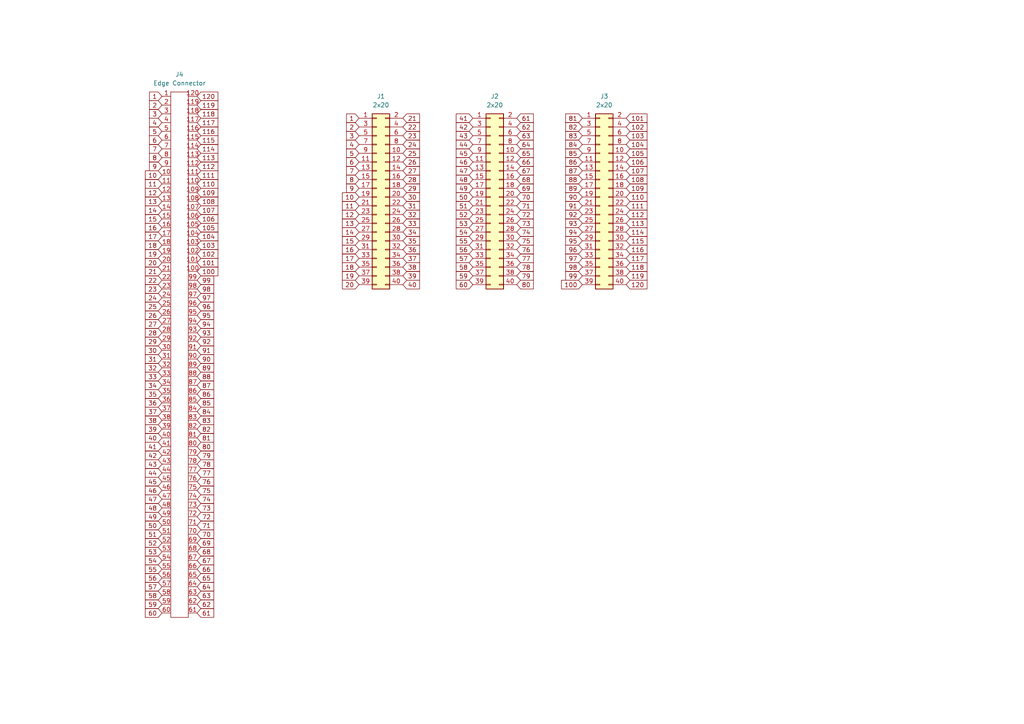
<source format=kicad_sch>
(kicad_sch (version 20250114) (generator "eeschema") (generator_version "9.0")
  (paper "A4")
  (lib_symbols
    (symbol "Connector_Generic:Conn_02x20_Odd_Even" (pin_names (offset 1.016) (hide yes))
      (property "Reference" "J" (at 1.27 25.4 0))
      (property "Value" "Conn_02x20_Odd_Even" (at 1.27 -27.94 0))
      (symbol "Conn_02x20_Odd_Even_1_1"
        (rectangle (start -1.27 24.13) (end 3.81 -26.67) (stroke (width 0.254)) (fill (type background)))
        (rectangle (start -1.27 22.987) (end 0 22.733) (stroke (width 0.1524)))
        (rectangle (start -1.27 20.447) (end 0 20.193) (stroke (width 0.1524)))
        (rectangle (start -1.27 17.907) (end 0 17.653) (stroke (width 0.1524)))
        (rectangle (start -1.27 15.367) (end 0 15.113) (stroke (width 0.1524)))
        (rectangle (start -1.27 12.827) (end 0 12.573) (stroke (width 0.1524)))
        (rectangle (start -1.27 10.287) (end 0 10.033) (stroke (width 0.1524)))
        (rectangle (start -1.27 7.747) (end 0 7.493) (stroke (width 0.1524)))
        (rectangle (start -1.27 5.207) (end 0 4.953) (stroke (width 0.1524)))
        (rectangle (start -1.27 2.667) (end 0 2.413) (stroke (width 0.1524)))
        (rectangle (start -1.27 0.127) (end 0 -0.127) (stroke (width 0.1524)))
        (rectangle (start -1.27 -2.413) (end 0 -2.667) (stroke (width 0.1524)))
        (rectangle (start -1.27 -4.953) (end 0 -5.207) (stroke (width 0.1524)))
        (rectangle (start -1.27 -7.493) (end 0 -7.747) (stroke (width 0.1524)))
        (rectangle (start -1.27 -10.033) (end 0 -10.287) (stroke (width 0.1524)))
        (rectangle (start -1.27 -12.573) (end 0 -12.827) (stroke (width 0.1524)))
        (rectangle (start -1.27 -15.113) (end 0 -15.367) (stroke (width 0.1524)))
        (rectangle (start -1.27 -17.653) (end 0 -17.907) (stroke (width 0.1524)))
        (rectangle (start -1.27 -20.193) (end 0 -20.447) (stroke (width 0.1524)))
        (rectangle (start -1.27 -22.733) (end 0 -22.987) (stroke (width 0.1524)))
        (rectangle (start -1.27 -25.273) (end 0 -25.527) (stroke (width 0.1524)))
        (rectangle (start 3.81 22.987) (end 2.54 22.733) (stroke (width 0.1524)))
        (rectangle (start 3.81 20.447) (end 2.54 20.193) (stroke (width 0.1524)))
        (rectangle (start 3.81 17.907) (end 2.54 17.653) (stroke (width 0.1524)))
        (rectangle (start 3.81 15.367) (end 2.54 15.113) (stroke (width 0.1524)))
        (rectangle (start 3.81 12.827) (end 2.54 12.573) (stroke (width 0.1524)))
        (rectangle (start 3.81 10.287) (end 2.54 10.033) (stroke (width 0.1524)))
        (rectangle (start 3.81 7.747) (end 2.54 7.493) (stroke (width 0.1524)))
        (rectangle (start 3.81 5.207) (end 2.54 4.953) (stroke (width 0.1524)))
        (rectangle (start 3.81 2.667) (end 2.54 2.413) (stroke (width 0.1524)))
        (rectangle (start 3.81 0.127) (end 2.54 -0.127) (stroke (width 0.1524)))
        (rectangle (start 3.81 -2.413) (end 2.54 -2.667) (stroke (width 0.1524)))
        (rectangle (start 3.81 -4.953) (end 2.54 -5.207) (stroke (width 0.1524)))
        (rectangle (start 3.81 -7.493) (end 2.54 -7.747) (stroke (width 0.1524)))
        (rectangle (start 3.81 -10.033) (end 2.54 -10.287) (stroke (width 0.1524)))
        (rectangle (start 3.81 -12.573) (end 2.54 -12.827) (stroke (width 0.1524)))
        (rectangle (start 3.81 -15.113) (end 2.54 -15.367) (stroke (width 0.1524)))
        (rectangle (start 3.81 -17.653) (end 2.54 -17.907) (stroke (width 0.1524)))
        (rectangle (start 3.81 -20.193) (end 2.54 -20.447) (stroke (width 0.1524)))
        (rectangle (start 3.81 -22.733) (end 2.54 -22.987) (stroke (width 0.1524)))
        (rectangle (start 3.81 -25.273) (end 2.54 -25.527) (stroke (width 0.1524)))
        (pin passive line (at -5.08 22.86 0) (length 3.81) (name "Pin_1") (number "1"))
        (pin passive line (at -5.08 20.32 0) (length 3.81) (name "Pin_3") (number "3"))
        (pin passive line (at -5.08 17.78 0) (length 3.81) (name "Pin_5") (number "5"))
        (pin passive line (at -5.08 15.24 0) (length 3.81) (name "Pin_7") (number "7"))
        (pin passive line (at -5.08 12.7 0) (length 3.81) (name "Pin_9") (number "9"))
        (pin passive line (at -5.08 10.16 0) (length 3.81) (name "Pin_11") (number "11"))
        (pin passive line (at -5.08 7.62 0) (length 3.81) (name "Pin_13") (number "13"))
        (pin passive line (at -5.08 5.08 0) (length 3.81) (name "Pin_15") (number "15"))
        (pin passive line (at -5.08 2.54 0) (length 3.81) (name "Pin_17") (number "17"))
        (pin passive line (at -5.08 0 0) (length 3.81) (name "Pin_19") (number "19"))
        (pin passive line (at -5.08 -2.54 0) (length 3.81) (name "Pin_21") (number "21"))
        (pin passive line (at -5.08 -5.08 0) (length 3.81) (name "Pin_23") (number "23"))
        (pin passive line (at -5.08 -7.62 0) (length 3.81) (name "Pin_25") (number "25"))
        (pin passive line (at -5.08 -10.16 0) (length 3.81) (name "Pin_27") (number "27"))
        (pin passive line (at -5.08 -12.7 0) (length 3.81) (name "Pin_29") (number "29"))
        (pin passive line (at -5.08 -15.24 0) (length 3.81) (name "Pin_31") (number "31"))
        (pin passive line (at -5.08 -17.78 0) (length 3.81) (name "Pin_33") (number "33"))
        (pin passive line (at -5.08 -20.32 0) (length 3.81) (name "Pin_35") (number "35"))
        (pin passive line (at -5.08 -22.86 0) (length 3.81) (name "Pin_37") (number "37"))
        (pin passive line (at -5.08 -25.4 0) (length 3.81) (name "Pin_39") (number "39"))
        (pin passive line (at 7.62 22.86 180) (length 3.81) (name "Pin_2") (number "2"))
        (pin passive line (at 7.62 20.32 180) (length 3.81) (name "Pin_4") (number "4"))
        (pin passive line (at 7.62 17.78 180) (length 3.81) (name "Pin_6") (number "6"))
        (pin passive line (at 7.62 15.24 180) (length 3.81) (name "Pin_8") (number "8"))
        (pin passive line (at 7.62 12.7 180) (length 3.81) (name "Pin_10") (number "10"))
        (pin passive line (at 7.62 10.16 180) (length 3.81) (name "Pin_12") (number "12"))
        (pin passive line (at 7.62 7.62 180) (length 3.81) (name "Pin_14") (number "14"))
        (pin passive line (at 7.62 5.08 180) (length 3.81) (name "Pin_16") (number "16"))
        (pin passive line (at 7.62 2.54 180) (length 3.81) (name "Pin_18") (number "18"))
        (pin passive line (at 7.62 0 180) (length 3.81) (name "Pin_20") (number "20"))
        (pin passive line (at 7.62 -2.54 180) (length 3.81) (name "Pin_22") (number "22"))
        (pin passive line (at 7.62 -5.08 180) (length 3.81) (name "Pin_24") (number "24"))
        (pin passive line (at 7.62 -7.62 180) (length 3.81) (name "Pin_26") (number "26"))
        (pin passive line (at 7.62 -10.16 180) (length 3.81) (name "Pin_28") (number "28"))
        (pin passive line (at 7.62 -12.7 180) (length 3.81) (name "Pin_30") (number "30"))
        (pin passive line (at 7.62 -15.24 180) (length 3.81) (name "Pin_32") (number "32"))
        (pin passive line (at 7.62 -17.78 180) (length 3.81) (name "Pin_34") (number "34"))
        (pin passive line (at 7.62 -20.32 180) (length 3.81) (name "Pin_36") (number "36"))
        (pin passive line (at 7.62 -22.86 180) (length 3.81) (name "Pin_38") (number "38"))
        (pin passive line (at 7.62 -25.4 180) (length 3.81) (name "Pin_40") (number "40"))
      )
    )
    (symbol "NeoPico_Cart:NeoGeo_Cart_Edge_Connector"
      (property "Reference" "J" (at 0 0 0))
      (symbol "NeoGeo_Cart_Edge_Connector_0_1"
        (rectangle (start -2.54 -1.27) (end 2.54 -153.67))
      )
      (symbol "NeoGeo_Cart_Edge_Connector_1_1"
        (pin bidirectional line (at -5.08 -2.54 0) (length 2.54) (name "") (number "1"))
        (pin bidirectional line (at -5.08 -5.08 0) (length 2.54) (name "") (number "2"))
        (pin bidirectional line (at -5.08 -7.62 0) (length 2.54) (name "") (number "3"))
        (pin bidirectional line (at -5.08 -10.16 0) (length 2.54) (name "") (number "4"))
        (pin bidirectional line (at -5.08 -12.7 0) (length 2.54) (name "") (number "5"))
        (pin bidirectional line (at -5.08 -15.24 0) (length 2.54) (name "") (number "6"))
        (pin bidirectional line (at -5.08 -17.78 0) (length 2.54) (name "") (number "7"))
        (pin bidirectional line (at -5.08 -20.32 0) (length 2.54) (name "") (number "8"))
        (pin bidirectional line (at -5.08 -22.86 0) (length 2.54) (name "") (number "9"))
        (pin bidirectional line (at -5.08 -25.4 0) (length 2.54) (name "") (number "10"))
        (pin bidirectional line (at -5.08 -27.94 0) (length 2.54) (name "") (number "11"))
        (pin bidirectional line (at -5.08 -30.48 0) (length 2.54) (name "") (number "12"))
        (pin bidirectional line (at -5.08 -33.02 0) (length 2.54) (name "") (number "13"))
        (pin bidirectional line (at -5.08 -35.56 0) (length 2.54) (name "") (number "14"))
        (pin bidirectional line (at -5.08 -38.1 0) (length 2.54) (name "") (number "15"))
        (pin bidirectional line (at -5.08 -40.64 0) (length 2.54) (name "") (number "16"))
        (pin bidirectional line (at -5.08 -43.18 0) (length 2.54) (name "") (number "17"))
        (pin bidirectional line (at -5.08 -45.72 0) (length 2.54) (name "") (number "18"))
        (pin bidirectional line (at -5.08 -48.26 0) (length 2.54) (name "") (number "19"))
        (pin bidirectional line (at -5.08 -50.8 0) (length 2.54) (name "") (number "20"))
        (pin bidirectional line (at -5.08 -53.34 0) (length 2.54) (name "") (number "21"))
        (pin bidirectional line (at -5.08 -55.88 0) (length 2.54) (name "") (number "22"))
        (pin bidirectional line (at -5.08 -58.42 0) (length 2.54) (name "") (number "23"))
        (pin bidirectional line (at -5.08 -60.96 0) (length 2.54) (name "") (number "24"))
        (pin bidirectional line (at -5.08 -63.5 0) (length 2.54) (name "") (number "25"))
        (pin bidirectional line (at -5.08 -66.04 0) (length 2.54) (name "") (number "26"))
        (pin bidirectional line (at -5.08 -68.58 0) (length 2.54) (name "") (number "27"))
        (pin bidirectional line (at -5.08 -71.12 0) (length 2.54) (name "") (number "28"))
        (pin bidirectional line (at -5.08 -73.66 0) (length 2.54) (name "") (number "29"))
        (pin bidirectional line (at -5.08 -76.2 0) (length 2.54) (name "") (number "30"))
        (pin bidirectional line (at -5.08 -78.74 0) (length 2.54) (name "") (number "31"))
        (pin bidirectional line (at -5.08 -81.28 0) (length 2.54) (name "") (number "32"))
        (pin bidirectional line (at -5.08 -83.82 0) (length 2.54) (name "") (number "33"))
        (pin bidirectional line (at -5.08 -86.36 0) (length 2.54) (name "") (number "34"))
        (pin bidirectional line (at -5.08 -88.9 0) (length 2.54) (name "") (number "35"))
        (pin bidirectional line (at -5.08 -91.44 0) (length 2.54) (name "") (number "36"))
        (pin bidirectional line (at -5.08 -93.98 0) (length 2.54) (name "") (number "37"))
        (pin bidirectional line (at -5.08 -96.52 0) (length 2.54) (name "") (number "38"))
        (pin bidirectional line (at -5.08 -99.06 0) (length 2.54) (name "") (number "39"))
        (pin bidirectional line (at -5.08 -101.6 0) (length 2.54) (name "") (number "40"))
        (pin bidirectional line (at -5.08 -104.14 0) (length 2.54) (name "") (number "41"))
        (pin bidirectional line (at -5.08 -106.68 0) (length 2.54) (name "") (number "42"))
        (pin bidirectional line (at -5.08 -109.22 0) (length 2.54) (name "") (number "43"))
        (pin bidirectional line (at -5.08 -111.76 0) (length 2.54) (name "") (number "44"))
        (pin bidirectional line (at -5.08 -114.3 0) (length 2.54) (name "") (number "45"))
        (pin bidirectional line (at -5.08 -116.84 0) (length 2.54) (name "") (number "46"))
        (pin bidirectional line (at -5.08 -119.38 0) (length 2.54) (name "") (number "47"))
        (pin bidirectional line (at -5.08 -121.92 0) (length 2.54) (name "") (number "48"))
        (pin bidirectional line (at -5.08 -124.46 0) (length 2.54) (name "") (number "49"))
        (pin bidirectional line (at -5.08 -127 0) (length 2.54) (name "") (number "50"))
        (pin bidirectional line (at -5.08 -129.54 0) (length 2.54) (name "") (number "51"))
        (pin bidirectional line (at -5.08 -132.08 0) (length 2.54) (name "") (number "52"))
        (pin bidirectional line (at -5.08 -134.62 0) (length 2.54) (name "") (number "53"))
        (pin bidirectional line (at -5.08 -137.16 0) (length 2.54) (name "") (number "54"))
        (pin bidirectional line (at -5.08 -139.7 0) (length 2.54) (name "") (number "55"))
        (pin bidirectional line (at -5.08 -142.24 0) (length 2.54) (name "") (number "56"))
        (pin bidirectional line (at -5.08 -144.78 0) (length 2.54) (name "") (number "57"))
        (pin bidirectional line (at -5.08 -147.32 0) (length 2.54) (name "") (number "58"))
        (pin bidirectional line (at -5.08 -149.86 0) (length 2.54) (name "") (number "59"))
        (pin bidirectional line (at -5.08 -152.4 0) (length 2.54) (name "") (number "60"))
        (pin bidirectional line (at 5.08 -2.54 180) (length 2.54) (name "") (number "120"))
        (pin bidirectional line (at 5.08 -5.08 180) (length 2.54) (name "") (number "119"))
        (pin bidirectional line (at 5.08 -7.62 180) (length 2.54) (name "") (number "118"))
        (pin bidirectional line (at 5.08 -10.16 180) (length 2.54) (name "") (number "117"))
        (pin bidirectional line (at 5.08 -12.7 180) (length 2.54) (name "") (number "116"))
        (pin bidirectional line (at 5.08 -15.24 180) (length 2.54) (name "") (number "115"))
        (pin bidirectional line (at 5.08 -17.78 180) (length 2.54) (name "") (number "114"))
        (pin bidirectional line (at 5.08 -20.32 180) (length 2.54) (name "") (number "113"))
        (pin bidirectional line (at 5.08 -22.86 180) (length 2.54) (name "") (number "112"))
        (pin bidirectional line (at 5.08 -25.4 180) (length 2.54) (name "") (number "111"))
        (pin bidirectional line (at 5.08 -27.94 180) (length 2.54) (name "") (number "110"))
        (pin bidirectional line (at 5.08 -30.48 180) (length 2.54) (name "") (number "109"))
        (pin bidirectional line (at 5.08 -33.02 180) (length 2.54) (name "") (number "108"))
        (pin bidirectional line (at 5.08 -35.56 180) (length 2.54) (name "") (number "107"))
        (pin bidirectional line (at 5.08 -38.1 180) (length 2.54) (name "") (number "106"))
        (pin bidirectional line (at 5.08 -40.64 180) (length 2.54) (name "") (number "105"))
        (pin bidirectional line (at 5.08 -43.18 180) (length 2.54) (name "") (number "104"))
        (pin bidirectional line (at 5.08 -45.72 180) (length 2.54) (name "") (number "103"))
        (pin bidirectional line (at 5.08 -48.26 180) (length 2.54) (name "") (number "102"))
        (pin bidirectional line (at 5.08 -50.8 180) (length 2.54) (name "") (number "101"))
        (pin bidirectional line (at 5.08 -53.34 180) (length 2.54) (name "") (number "100"))
        (pin bidirectional line (at 5.08 -55.88 180) (length 2.54) (name "") (number "99"))
        (pin bidirectional line (at 5.08 -58.42 180) (length 2.54) (name "") (number "98"))
        (pin bidirectional line (at 5.08 -60.96 180) (length 2.54) (name "") (number "97"))
        (pin bidirectional line (at 5.08 -63.5 180) (length 2.54) (name "") (number "96"))
        (pin bidirectional line (at 5.08 -66.04 180) (length 2.54) (name "") (number "95"))
        (pin bidirectional line (at 5.08 -68.58 180) (length 2.54) (name "") (number "94"))
        (pin bidirectional line (at 5.08 -71.12 180) (length 2.54) (name "") (number "93"))
        (pin bidirectional line (at 5.08 -73.66 180) (length 2.54) (name "") (number "92"))
        (pin bidirectional line (at 5.08 -76.2 180) (length 2.54) (name "") (number "91"))
        (pin bidirectional line (at 5.08 -78.74 180) (length 2.54) (name "") (number "90"))
        (pin bidirectional line (at 5.08 -81.28 180) (length 2.54) (name "") (number "89"))
        (pin bidirectional line (at 5.08 -83.82 180) (length 2.54) (name "") (number "88"))
        (pin bidirectional line (at 5.08 -86.36 180) (length 2.54) (name "") (number "87"))
        (pin bidirectional line (at 5.08 -88.9 180) (length 2.54) (name "") (number "86"))
        (pin bidirectional line (at 5.08 -91.44 180) (length 2.54) (name "") (number "85"))
        (pin bidirectional line (at 5.08 -93.98 180) (length 2.54) (name "") (number "84"))
        (pin bidirectional line (at 5.08 -96.52 180) (length 2.54) (name "") (number "83"))
        (pin bidirectional line (at 5.08 -99.06 180) (length 2.54) (name "") (number "82"))
        (pin bidirectional line (at 5.08 -101.6 180) (length 2.54) (name "") (number "81"))
        (pin bidirectional line (at 5.08 -104.14 180) (length 2.54) (name "") (number "80"))
        (pin bidirectional line (at 5.08 -106.68 180) (length 2.54) (name "") (number "79"))
        (pin bidirectional line (at 5.08 -109.22 180) (length 2.54) (name "") (number "78"))
        (pin bidirectional line (at 5.08 -111.76 180) (length 2.54) (name "") (number "77"))
        (pin bidirectional line (at 5.08 -114.3 180) (length 2.54) (name "") (number "76"))
        (pin bidirectional line (at 5.08 -116.84 180) (length 2.54) (name "") (number "75"))
        (pin bidirectional line (at 5.08 -119.38 180) (length 2.54) (name "") (number "74"))
        (pin bidirectional line (at 5.08 -121.92 180) (length 2.54) (name "") (number "73"))
        (pin bidirectional line (at 5.08 -124.46 180) (length 2.54) (name "") (number "72"))
        (pin bidirectional line (at 5.08 -127 180) (length 2.54) (name "") (number "71"))
        (pin bidirectional line (at 5.08 -129.54 180) (length 2.54) (name "") (number "70"))
        (pin bidirectional line (at 5.08 -132.08 180) (length 2.54) (name "") (number "69"))
        (pin bidirectional line (at 5.08 -134.62 180) (length 2.54) (name "") (number "68"))
        (pin bidirectional line (at 5.08 -137.16 180) (length 2.54) (name "") (number "67"))
        (pin bidirectional line (at 5.08 -139.7 180) (length 2.54) (name "") (number "66"))
        (pin bidirectional line (at 5.08 -142.24 180) (length 2.54) (name "") (number "65"))
        (pin bidirectional line (at 5.08 -144.78 180) (length 2.54) (name "") (number "64"))
        (pin bidirectional line (at 5.08 -147.32 180) (length 2.54) (name "") (number "63"))
        (pin bidirectional line (at 5.08 -149.86 180) (length 2.54) (name "") (number "62"))
        (pin bidirectional line (at 5.08 -152.4 180) (length 2.54) (name "") (number "61"))
      )
    )
  )
  (global_label "31" (shape input) (at 116.84 59.69 0) (property "Intersheetrefs" "${INTERSHEET_REFS}" (effects (hide yes))))
  (global_label "15" (shape input) (at 104.14 69.85 180) (property "Intersheetrefs" "${INTERSHEET_REFS}" (effects (hide yes))))
  (global_label "70" (shape input) (at 57.15 154.94 0) (property "Intersheetrefs" "${INTERSHEET_REFS}" (effects (hide yes))))
  (global_label "14" (shape input) (at 46.99 60.96 180) (property "Intersheetrefs" "${INTERSHEET_REFS}" (effects (hide yes))))
  (global_label "69" (shape input) (at 149.86 54.61 0) (property "Intersheetrefs" "${INTERSHEET_REFS}" (effects (hide yes))))
  (global_label "3" (shape input) (at 104.14 39.37 180) (property "Intersheetrefs" "${INTERSHEET_REFS}" (effects (hide yes))))
  (global_label "106" (shape input) (at 57.15 63.5 0) (property "Intersheetrefs" "${INTERSHEET_REFS}" (effects (hide yes))))
  (global_label "107" (shape input) (at 181.61 49.53 0) (property "Intersheetrefs" "${INTERSHEET_REFS}" (effects (hide yes))))
  (global_label "110" (shape input) (at 57.15 53.34 0) (property "Intersheetrefs" "${INTERSHEET_REFS}" (effects (hide yes))))
  (global_label "75" (shape input) (at 57.15 142.24 0) (property "Intersheetrefs" "${INTERSHEET_REFS}" (effects (hide yes))))
  (global_label "90" (shape input) (at 57.15 104.14 0) (property "Intersheetrefs" "${INTERSHEET_REFS}" (effects (hide yes))))
  (global_label "109" (shape input) (at 57.15 55.88 0) (property "Intersheetrefs" "${INTERSHEET_REFS}" (effects (hide yes))))
  (global_label "95" (shape input) (at 57.15 91.44 0) (property "Intersheetrefs" "${INTERSHEET_REFS}" (effects (hide yes))))
  (global_label "108" (shape input) (at 181.61 52.07 0) (property "Intersheetrefs" "${INTERSHEET_REFS}" (effects (hide yes))))
  (global_label "90" (shape input) (at 168.91 57.15 180) (property "Intersheetrefs" "${INTERSHEET_REFS}" (effects (hide yes))))
  (global_label "4" (shape input) (at 46.99 35.56 180) (property "Intersheetrefs" "${INTERSHEET_REFS}" (effects (hide yes))))
  (global_label "96" (shape input) (at 168.91 72.39 180) (property "Intersheetrefs" "${INTERSHEET_REFS}" (effects (hide yes))))
  (global_label "49" (shape input) (at 137.16 54.61 180) (property "Intersheetrefs" "${INTERSHEET_REFS}" (effects (hide yes))))
  (global_label "102" (shape input) (at 57.15 73.66 0) (property "Intersheetrefs" "${INTERSHEET_REFS}" (effects (hide yes))))
  (global_label "115" (shape input) (at 181.61 69.85 0) (property "Intersheetrefs" "${INTERSHEET_REFS}" (effects (hide yes))))
  (global_label "69" (shape input) (at 57.15 157.48 0) (property "Intersheetrefs" "${INTERSHEET_REFS}" (effects (hide yes))))
  (global_label "103" (shape input) (at 181.61 39.37 0) (property "Intersheetrefs" "${INTERSHEET_REFS}" (effects (hide yes))))
  (global_label "41" (shape input) (at 46.99 129.54 180) (property "Intersheetrefs" "${INTERSHEET_REFS}" (effects (hide yes))))
  (global_label "34" (shape input) (at 46.99 111.76 180) (property "Intersheetrefs" "${INTERSHEET_REFS}" (effects (hide yes))))
  (global_label "101" (shape input) (at 57.15 76.2 0) (property "Intersheetrefs" "${INTERSHEET_REFS}" (effects (hide yes))))
  (global_label "44" (shape input) (at 137.16 41.91 180) (property "Intersheetrefs" "${INTERSHEET_REFS}" (effects (hide yes))))
  (global_label "112" (shape input) (at 57.15 48.26 0) (property "Intersheetrefs" "${INTERSHEET_REFS}" (effects (hide yes))))
  (global_label "21" (shape input) (at 116.84 34.29 0) (property "Intersheetrefs" "${INTERSHEET_REFS}" (effects (hide yes))))
  (global_label "49" (shape input) (at 46.99 149.86 180) (property "Intersheetrefs" "${INTERSHEET_REFS}" (effects (hide yes))))
  (global_label "51" (shape input) (at 137.16 59.69 180) (property "Intersheetrefs" "${INTERSHEET_REFS}" (effects (hide yes))))
  (global_label "118" (shape input) (at 57.15 33.02 0) (property "Intersheetrefs" "${INTERSHEET_REFS}" (effects (hide yes))))
  (global_label "50" (shape input) (at 46.99 152.4 180) (property "Intersheetrefs" "${INTERSHEET_REFS}" (effects (hide yes))))
  (global_label "8" (shape input) (at 46.99 45.72 180) (property "Intersheetrefs" "${INTERSHEET_REFS}" (effects (hide yes))))
  (global_label "99" (shape input) (at 168.91 80.01 180) (property "Intersheetrefs" "${INTERSHEET_REFS}" (effects (hide yes))))
  (global_label "91" (shape input) (at 168.91 59.69 180) (property "Intersheetrefs" "${INTERSHEET_REFS}" (effects (hide yes))))
  (global_label "73" (shape input) (at 57.15 147.32 0) (property "Intersheetrefs" "${INTERSHEET_REFS}" (effects (hide yes))))
  (global_label "85" (shape input) (at 57.15 116.84 0) (property "Intersheetrefs" "${INTERSHEET_REFS}" (effects (hide yes))))
  (global_label "61" (shape input) (at 57.15 177.8 0) (property "Intersheetrefs" "${INTERSHEET_REFS}" (effects (hide yes))))
  (global_label "97" (shape input) (at 57.15 86.36 0) (property "Intersheetrefs" "${INTERSHEET_REFS}" (effects (hide yes))))
  (global_label "7" (shape input) (at 104.14 49.53 180) (property "Intersheetrefs" "${INTERSHEET_REFS}" (effects (hide yes))))
  (global_label "58" (shape input) (at 137.16 77.47 180) (property "Intersheetrefs" "${INTERSHEET_REFS}" (effects (hide yes))))
  (global_label "16" (shape input) (at 46.99 66.04 180) (property "Intersheetrefs" "${INTERSHEET_REFS}" (effects (hide yes))))
  (global_label "72" (shape input) (at 149.86 62.23 0) (property "Intersheetrefs" "${INTERSHEET_REFS}" (effects (hide yes))))
  (global_label "20" (shape input) (at 46.99 76.2 180) (property "Intersheetrefs" "${INTERSHEET_REFS}" (effects (hide yes))))
  (global_label "15" (shape input) (at 46.99 63.5 180) (property "Intersheetrefs" "${INTERSHEET_REFS}" (effects (hide yes))))
  (global_label "12" (shape input) (at 104.14 62.23 180) (property "Intersheetrefs" "${INTERSHEET_REFS}" (effects (hide yes))))
  (global_label "36" (shape input) (at 46.99 116.84 180) (property "Intersheetrefs" "${INTERSHEET_REFS}" (effects (hide yes))))
  (global_label "39" (shape input) (at 46.99 124.46 180) (property "Intersheetrefs" "${INTERSHEET_REFS}" (effects (hide yes))))
  (global_label "89" (shape input) (at 57.15 106.68 0) (property "Intersheetrefs" "${INTERSHEET_REFS}" (effects (hide yes))))
  (global_label "33" (shape input) (at 116.84 64.77 0) (property "Intersheetrefs" "${INTERSHEET_REFS}" (effects (hide yes))))
  (global_label "55" (shape input) (at 137.16 69.85 180) (property "Intersheetrefs" "${INTERSHEET_REFS}" (effects (hide yes))))
  (global_label "102" (shape input) (at 181.61 36.83 0) (property "Intersheetrefs" "${INTERSHEET_REFS}" (effects (hide yes))))
  (global_label "80" (shape input) (at 149.86 82.55 0) (property "Intersheetrefs" "${INTERSHEET_REFS}" (effects (hide yes))))
  (global_label "111" (shape input) (at 181.61 59.69 0) (property "Intersheetrefs" "${INTERSHEET_REFS}" (effects (hide yes))))
  (global_label "105" (shape input) (at 57.15 66.04 0) (property "Intersheetrefs" "${INTERSHEET_REFS}" (effects (hide yes))))
  (global_label "65" (shape input) (at 57.15 167.64 0) (property "Intersheetrefs" "${INTERSHEET_REFS}" (effects (hide yes))))
  (global_label "70" (shape input) (at 149.86 57.15 0) (property "Intersheetrefs" "${INTERSHEET_REFS}" (effects (hide yes))))
  (global_label "43" (shape input) (at 46.99 134.62 180) (property "Intersheetrefs" "${INTERSHEET_REFS}" (effects (hide yes))))
  (global_label "118" (shape input) (at 181.61 77.47 0) (property "Intersheetrefs" "${INTERSHEET_REFS}" (effects (hide yes))))
  (global_label "94" (shape input) (at 57.15 93.98 0) (property "Intersheetrefs" "${INTERSHEET_REFS}" (effects (hide yes))))
  (global_label "63" (shape input) (at 57.15 172.72 0) (property "Intersheetrefs" "${INTERSHEET_REFS}" (effects (hide yes))))
  (global_label "30" (shape input) (at 116.84 57.15 0) (property "Intersheetrefs" "${INTERSHEET_REFS}" (effects (hide yes))))
  (global_label "62" (shape input) (at 57.15 175.26 0) (property "Intersheetrefs" "${INTERSHEET_REFS}" (effects (hide yes))))
  (global_label "82" (shape input) (at 168.91 36.83 180) (property "Intersheetrefs" "${INTERSHEET_REFS}" (effects (hide yes))))
  (global_label "44" (shape input) (at 46.99 137.16 180) (property "Intersheetrefs" "${INTERSHEET_REFS}" (effects (hide yes))))
  (global_label "93" (shape input) (at 57.15 96.52 0) (property "Intersheetrefs" "${INTERSHEET_REFS}" (effects (hide yes))))
  (global_label "93" (shape input) (at 168.91 64.77 180) (property "Intersheetrefs" "${INTERSHEET_REFS}" (effects (hide yes))))
  (global_label "13" (shape input) (at 104.14 64.77 180) (property "Intersheetrefs" "${INTERSHEET_REFS}" (effects (hide yes))))
  (global_label "75" (shape input) (at 149.86 69.85 0) (property "Intersheetrefs" "${INTERSHEET_REFS}" (effects (hide yes))))
  (global_label "86" (shape input) (at 168.91 46.99 180) (property "Intersheetrefs" "${INTERSHEET_REFS}" (effects (hide yes))))
  (global_label "58" (shape input) (at 46.99 172.72 180) (property "Intersheetrefs" "${INTERSHEET_REFS}" (effects (hide yes))))
  (global_label "78" (shape input) (at 57.15 134.62 0) (property "Intersheetrefs" "${INTERSHEET_REFS}" (effects (hide yes))))
  (global_label "71" (shape input) (at 149.86 59.69 0) (property "Intersheetrefs" "${INTERSHEET_REFS}" (effects (hide yes))))
  (global_label "6" (shape input) (at 46.99 40.64 180) (property "Intersheetrefs" "${INTERSHEET_REFS}" (effects (hide yes))))
  (global_label "64" (shape input) (at 57.15 170.18 0) (property "Intersheetrefs" "${INTERSHEET_REFS}" (effects (hide yes))))
  (global_label "2" (shape input) (at 46.99 30.48 180) (property "Intersheetrefs" "${INTERSHEET_REFS}" (effects (hide yes))))
  (global_label "76" (shape input) (at 57.15 139.7 0) (property "Intersheetrefs" "${INTERSHEET_REFS}" (effects (hide yes))))
  (global_label "92" (shape input) (at 57.15 99.06 0) (property "Intersheetrefs" "${INTERSHEET_REFS}" (effects (hide yes))))
  (global_label "82" (shape input) (at 57.15 124.46 0) (property "Intersheetrefs" "${INTERSHEET_REFS}" (effects (hide yes))))
  (global_label "46" (shape input) (at 137.16 46.99 180) (property "Intersheetrefs" "${INTERSHEET_REFS}" (effects (hide yes))))
  (global_label "116" (shape input) (at 57.15 38.1 0) (property "Intersheetrefs" "${INTERSHEET_REFS}" (effects (hide yes))))
  (global_label "40" (shape input) (at 116.84 82.55 0) (property "Intersheetrefs" "${INTERSHEET_REFS}" (effects (hide yes))))
  (global_label "120" (shape input) (at 57.15 27.94 0) (property "Intersheetrefs" "${INTERSHEET_REFS}" (effects (hide yes))))
  (global_label "18" (shape input) (at 104.14 77.47 180) (property "Intersheetrefs" "${INTERSHEET_REFS}" (effects (hide yes))))
  (global_label "110" (shape input) (at 181.61 57.15 0) (property "Intersheetrefs" "${INTERSHEET_REFS}" (effects (hide yes))))
  (global_label "40" (shape input) (at 46.99 127 180) (property "Intersheetrefs" "${INTERSHEET_REFS}" (effects (hide yes))))
  (global_label "117" (shape input) (at 57.15 35.56 0) (property "Intersheetrefs" "${INTERSHEET_REFS}" (effects (hide yes))))
  (global_label "106" (shape input) (at 181.61 46.99 0) (property "Intersheetrefs" "${INTERSHEET_REFS}" (effects (hide yes))))
  (global_label "37" (shape input) (at 116.84 74.93 0) (property "Intersheetrefs" "${INTERSHEET_REFS}" (effects (hide yes))))
  (global_label "25" (shape input) (at 116.84 44.45 0) (property "Intersheetrefs" "${INTERSHEET_REFS}" (effects (hide yes))))
  (global_label "38" (shape input) (at 116.84 77.47 0) (property "Intersheetrefs" "${INTERSHEET_REFS}" (effects (hide yes))))
  (global_label "35" (shape input) (at 116.84 69.85 0) (property "Intersheetrefs" "${INTERSHEET_REFS}" (effects (hide yes))))
  (global_label "79" (shape input) (at 149.86 80.01 0) (property "Intersheetrefs" "${INTERSHEET_REFS}" (effects (hide yes))))
  (global_label "24" (shape input) (at 46.99 86.36 180) (property "Intersheetrefs" "${INTERSHEET_REFS}" (effects (hide yes))))
  (global_label "64" (shape input) (at 149.86 41.91 0) (property "Intersheetrefs" "${INTERSHEET_REFS}" (effects (hide yes))))
  (global_label "100" (shape input) (at 168.91 82.55 180) (property "Intersheetrefs" "${INTERSHEET_REFS}" (effects (hide yes))))
  (global_label "23" (shape input) (at 46.99 83.82 180) (property "Intersheetrefs" "${INTERSHEET_REFS}" (effects (hide yes))))
  (global_label "79" (shape input) (at 57.15 132.08 0) (property "Intersheetrefs" "${INTERSHEET_REFS}" (effects (hide yes))))
  (global_label "1" (shape input) (at 104.14 34.29 180) (property "Intersheetrefs" "${INTERSHEET_REFS}" (effects (hide yes))))
  (global_label "113" (shape input) (at 181.61 64.77 0) (property "Intersheetrefs" "${INTERSHEET_REFS}" (effects (hide yes))))
  (global_label "68" (shape input) (at 149.86 52.07 0) (property "Intersheetrefs" "${INTERSHEET_REFS}" (effects (hide yes))))
  (global_label "74" (shape input) (at 149.86 67.31 0) (property "Intersheetrefs" "${INTERSHEET_REFS}" (effects (hide yes))))
  (global_label "84" (shape input) (at 57.15 119.38 0) (property "Intersheetrefs" "${INTERSHEET_REFS}" (effects (hide yes))))
  (global_label "54" (shape input) (at 46.99 162.56 180) (property "Intersheetrefs" "${INTERSHEET_REFS}" (effects (hide yes))))
  (global_label "104" (shape input) (at 57.15 68.58 0) (property "Intersheetrefs" "${INTERSHEET_REFS}" (effects (hide yes))))
  (global_label "59" (shape input) (at 137.16 80.01 180) (property "Intersheetrefs" "${INTERSHEET_REFS}" (effects (hide yes))))
  (global_label "65" (shape input) (at 149.86 44.45 0) (property "Intersheetrefs" "${INTERSHEET_REFS}" (effects (hide yes))))
  (global_label "17" (shape input) (at 46.99 68.58 180) (property "Intersheetrefs" "${INTERSHEET_REFS}" (effects (hide yes))))
  (global_label "120" (shape input) (at 181.61 82.55 0) (property "Intersheetrefs" "${INTERSHEET_REFS}" (effects (hide yes))))
  (global_label "39" (shape input) (at 116.84 80.01 0) (property "Intersheetrefs" "${INTERSHEET_REFS}" (effects (hide yes))))
  (global_label "59" (shape input) (at 46.99 175.26 180) (property "Intersheetrefs" "${INTERSHEET_REFS}" (effects (hide yes))))
  (global_label "16" (shape input) (at 104.14 72.39 180) (property "Intersheetrefs" "${INTERSHEET_REFS}" (effects (hide yes))))
  (global_label "7" (shape input) (at 46.99 43.18 180) (property "Intersheetrefs" "${INTERSHEET_REFS}" (effects (hide yes))))
  (global_label "22" (shape input) (at 116.84 36.83 0) (property "Intersheetrefs" "${INTERSHEET_REFS}" (effects (hide yes))))
  (global_label "20" (shape input) (at 104.14 82.55 180) (property "Intersheetrefs" "${INTERSHEET_REFS}" (effects (hide yes))))
  (global_label "60" (shape input) (at 137.16 82.55 180) (property "Intersheetrefs" "${INTERSHEET_REFS}" (effects (hide yes))))
  (global_label "66" (shape input) (at 149.86 46.99 0) (property "Intersheetrefs" "${INTERSHEET_REFS}" (effects (hide yes))))
  (global_label "98" (shape input) (at 57.15 83.82 0) (property "Intersheetrefs" "${INTERSHEET_REFS}" (effects (hide yes))))
  (global_label "67" (shape input) (at 57.15 162.56 0) (property "Intersheetrefs" "${INTERSHEET_REFS}" (effects (hide yes))))
  (global_label "22" (shape input) (at 46.99 81.28 180) (property "Intersheetrefs" "${INTERSHEET_REFS}" (effects (hide yes))))
  (global_label "57" (shape input) (at 46.99 170.18 180) (property "Intersheetrefs" "${INTERSHEET_REFS}" (effects (hide yes))))
  (global_label "83" (shape input) (at 168.91 39.37 180) (property "Intersheetrefs" "${INTERSHEET_REFS}" (effects (hide yes))))
  (global_label "51" (shape input) (at 46.99 154.94 180) (property "Intersheetrefs" "${INTERSHEET_REFS}" (effects (hide yes))))
  (global_label "19" (shape input) (at 46.99 73.66 180) (property "Intersheetrefs" "${INTERSHEET_REFS}" (effects (hide yes))))
  (global_label "14" (shape input) (at 104.14 67.31 180) (property "Intersheetrefs" "${INTERSHEET_REFS}" (effects (hide yes))))
  (global_label "111" (shape input) (at 57.15 50.8 0) (property "Intersheetrefs" "${INTERSHEET_REFS}" (effects (hide yes))))
  (global_label "85" (shape input) (at 168.91 44.45 180) (property "Intersheetrefs" "${INTERSHEET_REFS}" (effects (hide yes))))
  (global_label "99" (shape input) (at 57.15 81.28 0) (property "Intersheetrefs" "${INTERSHEET_REFS}" (effects (hide yes))))
  (global_label "53" (shape input) (at 46.99 160.02 180) (property "Intersheetrefs" "${INTERSHEET_REFS}" (effects (hide yes))))
  (global_label "34" (shape input) (at 116.84 67.31 0) (property "Intersheetrefs" "${INTERSHEET_REFS}" (effects (hide yes))))
  (global_label "17" (shape input) (at 104.14 74.93 180) (property "Intersheetrefs" "${INTERSHEET_REFS}" (effects (hide yes))))
  (global_label "18" (shape input) (at 46.99 71.12 180) (property "Intersheetrefs" "${INTERSHEET_REFS}" (effects (hide yes))))
  (global_label "84" (shape input) (at 168.91 41.91 180) (property "Intersheetrefs" "${INTERSHEET_REFS}" (effects (hide yes))))
  (global_label "98" (shape input) (at 168.91 77.47 180) (property "Intersheetrefs" "${INTERSHEET_REFS}" (effects (hide yes))))
  (global_label "38" (shape input) (at 46.99 121.92 180) (property "Intersheetrefs" "${INTERSHEET_REFS}" (effects (hide yes))))
  (global_label "103" (shape input) (at 57.15 71.12 0) (property "Intersheetrefs" "${INTERSHEET_REFS}" (effects (hide yes))))
  (global_label "92" (shape input) (at 168.91 62.23 180) (property "Intersheetrefs" "${INTERSHEET_REFS}" (effects (hide yes))))
  (global_label "11" (shape input) (at 104.14 59.69 180) (property "Intersheetrefs" "${INTERSHEET_REFS}" (effects (hide yes))))
  (global_label "88" (shape input) (at 168.91 52.07 180) (property "Intersheetrefs" "${INTERSHEET_REFS}" (effects (hide yes))))
  (global_label "2" (shape input) (at 104.14 36.83 180) (property "Intersheetrefs" "${INTERSHEET_REFS}" (effects (hide yes))))
  (global_label "67" (shape input) (at 149.86 49.53 0) (property "Intersheetrefs" "${INTERSHEET_REFS}" (effects (hide yes))))
  (global_label "89" (shape input) (at 168.91 54.61 180) (property "Intersheetrefs" "${INTERSHEET_REFS}" (effects (hide yes))))
  (global_label "77" (shape input) (at 149.86 74.93 0) (property "Intersheetrefs" "${INTERSHEET_REFS}" (effects (hide yes))))
  (global_label "72" (shape input) (at 57.15 149.86 0) (property "Intersheetrefs" "${INTERSHEET_REFS}" (effects (hide yes))))
  (global_label "87" (shape input) (at 168.91 49.53 180) (property "Intersheetrefs" "${INTERSHEET_REFS}" (effects (hide yes))))
  (global_label "19" (shape input) (at 104.14 80.01 180) (property "Intersheetrefs" "${INTERSHEET_REFS}" (effects (hide yes))))
  (global_label "50" (shape input) (at 137.16 57.15 180) (property "Intersheetrefs" "${INTERSHEET_REFS}" (effects (hide yes))))
  (global_label "97" (shape input) (at 168.91 74.93 180) (property "Intersheetrefs" "${INTERSHEET_REFS}" (effects (hide yes))))
  (global_label "73" (shape input) (at 149.86 64.77 0) (property "Intersheetrefs" "${INTERSHEET_REFS}" (effects (hide yes))))
  (global_label "10" (shape input) (at 46.99 50.8 180) (property "Intersheetrefs" "${INTERSHEET_REFS}" (effects (hide yes))))
  (global_label "32" (shape input) (at 116.84 62.23 0) (property "Intersheetrefs" "${INTERSHEET_REFS}" (effects (hide yes))))
  (global_label "86" (shape input) (at 57.15 114.3 0) (property "Intersheetrefs" "${INTERSHEET_REFS}" (effects (hide yes))))
  (global_label "81" (shape input) (at 168.91 34.29 180) (property "Intersheetrefs" "${INTERSHEET_REFS}" (effects (hide yes))))
  (global_label "25" (shape input) (at 46.99 88.9 180) (property "Intersheetrefs" "${INTERSHEET_REFS}" (effects (hide yes))))
  (global_label "48" (shape input) (at 137.16 52.07 180) (property "Intersheetrefs" "${INTERSHEET_REFS}" (effects (hide yes))))
  (global_label "109" (shape input) (at 181.61 54.61 0) (property "Intersheetrefs" "${INTERSHEET_REFS}" (effects (hide yes))))
  (global_label "8" (shape input) (at 104.14 52.07 180) (property "Intersheetrefs" "${INTERSHEET_REFS}" (effects (hide yes))))
  (global_label "46" (shape input) (at 46.99 142.24 180) (property "Intersheetrefs" "${INTERSHEET_REFS}" (effects (hide yes))))
  (global_label "94" (shape input) (at 168.91 67.31 180) (property "Intersheetrefs" "${INTERSHEET_REFS}" (effects (hide yes))))
  (global_label "80" (shape input) (at 57.15 129.54 0) (property "Intersheetrefs" "${INTERSHEET_REFS}" (effects (hide yes))))
  (global_label "47" (shape input) (at 137.16 49.53 180) (property "Intersheetrefs" "${INTERSHEET_REFS}" (effects (hide yes))))
  (global_label "56" (shape input) (at 46.99 167.64 180) (property "Intersheetrefs" "${INTERSHEET_REFS}" (effects (hide yes))))
  (global_label "114" (shape input) (at 57.15 43.18 0) (property "Intersheetrefs" "${INTERSHEET_REFS}" (effects (hide yes))))
  (global_label "81" (shape input) (at 57.15 127 0) (property "Intersheetrefs" "${INTERSHEET_REFS}" (effects (hide yes))))
  (global_label "33" (shape input) (at 46.99 109.22 180) (property "Intersheetrefs" "${INTERSHEET_REFS}" (effects (hide yes))))
  (global_label "113" (shape input) (at 57.15 45.72 0) (property "Intersheetrefs" "${INTERSHEET_REFS}" (effects (hide yes))))
  (global_label "119" (shape input) (at 57.15 30.48 0) (property "Intersheetrefs" "${INTERSHEET_REFS}" (effects (hide yes))))
  (global_label "47" (shape input) (at 46.99 144.78 180) (property "Intersheetrefs" "${INTERSHEET_REFS}" (effects (hide yes))))
  (global_label "13" (shape input) (at 46.99 58.42 180) (property "Intersheetrefs" "${INTERSHEET_REFS}" (effects (hide yes))))
  (global_label "42" (shape input) (at 46.99 132.08 180) (property "Intersheetrefs" "${INTERSHEET_REFS}" (effects (hide yes))))
  (global_label "62" (shape input) (at 149.86 36.83 0) (property "Intersheetrefs" "${INTERSHEET_REFS}" (effects (hide yes))))
  (global_label "95" (shape input) (at 168.91 69.85 180) (property "Intersheetrefs" "${INTERSHEET_REFS}" (effects (hide yes))))
  (global_label "115" (shape input) (at 57.15 40.64 0) (property "Intersheetrefs" "${INTERSHEET_REFS}" (effects (hide yes))))
  (global_label "108" (shape input) (at 57.15 58.42 0) (property "Intersheetrefs" "${INTERSHEET_REFS}" (effects (hide yes))))
  (global_label "27" (shape input) (at 116.84 49.53 0) (property "Intersheetrefs" "${INTERSHEET_REFS}" (effects (hide yes))))
  (global_label "76" (shape input) (at 149.86 72.39 0) (property "Intersheetrefs" "${INTERSHEET_REFS}" (effects (hide yes))))
  (global_label "27" (shape input) (at 46.99 93.98 180) (property "Intersheetrefs" "${INTERSHEET_REFS}" (effects (hide yes))))
  (global_label "96" (shape input) (at 57.15 88.9 0) (property "Intersheetrefs" "${INTERSHEET_REFS}" (effects (hide yes))))
  (global_label "12" (shape input) (at 46.99 55.88 180) (property "Intersheetrefs" "${INTERSHEET_REFS}" (effects (hide yes))))
  (global_label "26" (shape input) (at 46.99 91.44 180) (property "Intersheetrefs" "${INTERSHEET_REFS}" (effects (hide yes))))
  (global_label "28" (shape input) (at 46.99 96.52 180) (property "Intersheetrefs" "${INTERSHEET_REFS}" (effects (hide yes))))
  (global_label "52" (shape input) (at 46.99 157.48 180) (property "Intersheetrefs" "${INTERSHEET_REFS}" (effects (hide yes))))
  (global_label "119" (shape input) (at 181.61 80.01 0) (property "Intersheetrefs" "${INTERSHEET_REFS}" (effects (hide yes))))
  (global_label "112" (shape input) (at 181.61 62.23 0) (property "Intersheetrefs" "${INTERSHEET_REFS}" (effects (hide yes))))
  (global_label "3" (shape input) (at 46.99 33.02 180) (property "Intersheetrefs" "${INTERSHEET_REFS}" (effects (hide yes))))
  (global_label "87" (shape input) (at 57.15 111.76 0) (property "Intersheetrefs" "${INTERSHEET_REFS}" (effects (hide yes))))
  (global_label "57" (shape input) (at 137.16 74.93 180) (property "Intersheetrefs" "${INTERSHEET_REFS}" (effects (hide yes))))
  (global_label "114" (shape input) (at 181.61 67.31 0) (property "Intersheetrefs" "${INTERSHEET_REFS}" (effects (hide yes))))
  (global_label "4" (shape input) (at 104.14 41.91 180) (property "Intersheetrefs" "${INTERSHEET_REFS}" (effects (hide yes))))
  (global_label "21" (shape input) (at 46.99 78.74 180) (property "Intersheetrefs" "${INTERSHEET_REFS}" (effects (hide yes))))
  (global_label "10" (shape input) (at 104.14 57.15 180) (property "Intersheetrefs" "${INTERSHEET_REFS}" (effects (hide yes))))
  (global_label "53" (shape input) (at 137.16 64.77 180) (property "Intersheetrefs" "${INTERSHEET_REFS}" (effects (hide yes))))
  (global_label "11" (shape input) (at 46.99 53.34 180) (property "Intersheetrefs" "${INTERSHEET_REFS}" (effects (hide yes))))
  (global_label "24" (shape input) (at 116.84 41.91 0) (property "Intersheetrefs" "${INTERSHEET_REFS}" (effects (hide yes))))
  (global_label "55" (shape input) (at 46.99 165.1 180) (property "Intersheetrefs" "${INTERSHEET_REFS}" (effects (hide yes))))
  (global_label "83" (shape input) (at 57.15 121.92 0) (property "Intersheetrefs" "${INTERSHEET_REFS}" (effects (hide yes))))
  (global_label "104" (shape input) (at 181.61 41.91 0) (property "Intersheetrefs" "${INTERSHEET_REFS}" (effects (hide yes))))
  (global_label "35" (shape input) (at 46.99 114.3 180) (property "Intersheetrefs" "${INTERSHEET_REFS}" (effects (hide yes))))
  (global_label "29" (shape input) (at 46.99 99.06 180) (property "Intersheetrefs" "${INTERSHEET_REFS}" (effects (hide yes))))
  (global_label "28" (shape input) (at 116.84 52.07 0) (property "Intersheetrefs" "${INTERSHEET_REFS}" (effects (hide yes))))
  (global_label "116" (shape input) (at 181.61 72.39 0) (property "Intersheetrefs" "${INTERSHEET_REFS}" (effects (hide yes))))
  (global_label "1" (shape input) (at 46.99 27.94 180) (property "Intersheetrefs" "${INTERSHEET_REFS}" (effects (hide yes))))
  (global_label "32" (shape input) (at 46.99 106.68 180) (property "Intersheetrefs" "${INTERSHEET_REFS}" (effects (hide yes))))
  (global_label "23" (shape input) (at 116.84 39.37 0) (property "Intersheetrefs" "${INTERSHEET_REFS}" (effects (hide yes))))
  (global_label "52" (shape input) (at 137.16 62.23 180) (property "Intersheetrefs" "${INTERSHEET_REFS}" (effects (hide yes))))
  (global_label "61" (shape input) (at 149.86 34.29 0) (property "Intersheetrefs" "${INTERSHEET_REFS}" (effects (hide yes))))
  (global_label "31" (shape input) (at 46.99 104.14 180) (property "Intersheetrefs" "${INTERSHEET_REFS}" (effects (hide yes))))
  (global_label "30" (shape input) (at 46.99 101.6 180) (property "Intersheetrefs" "${INTERSHEET_REFS}" (effects (hide yes))))
  (global_label "78" (shape input) (at 149.86 77.47 0) (property "Intersheetrefs" "${INTERSHEET_REFS}" (effects (hide yes))))
  (global_label "74" (shape input) (at 57.15 144.78 0) (property "Intersheetrefs" "${INTERSHEET_REFS}" (effects (hide yes))))
  (global_label "105" (shape input) (at 181.61 44.45 0) (property "Intersheetrefs" "${INTERSHEET_REFS}" (effects (hide yes))))
  (global_label "63" (shape input) (at 149.86 39.37 0) (property "Intersheetrefs" "${INTERSHEET_REFS}" (effects (hide yes))))
  (global_label "101" (shape input) (at 181.61 34.29 0) (property "Intersheetrefs" "${INTERSHEET_REFS}" (effects (hide yes))))
  (global_label "66" (shape input) (at 57.15 165.1 0) (property "Intersheetrefs" "${INTERSHEET_REFS}" (effects (hide yes))))
  (global_label "6" (shape input) (at 104.14 46.99 180) (property "Intersheetrefs" "${INTERSHEET_REFS}" (effects (hide yes))))
  (global_label "88" (shape input) (at 57.15 109.22 0) (property "Intersheetrefs" "${INTERSHEET_REFS}" (effects (hide yes))))
  (global_label "45" (shape input) (at 137.16 44.45 180) (property "Intersheetrefs" "${INTERSHEET_REFS}" (effects (hide yes))))
  (global_label "71" (shape input) (at 57.15 152.4 0) (property "Intersheetrefs" "${INTERSHEET_REFS}" (effects (hide yes))))
  (global_label "9" (shape input) (at 46.99 48.26 180) (property "Intersheetrefs" "${INTERSHEET_REFS}" (effects (hide yes))))
  (global_label "5" (shape input) (at 46.99 38.1 180) (property "Intersheetrefs" "${INTERSHEET_REFS}" (effects (hide yes))))
  (global_label "77" (shape input) (at 57.15 137.16 0) (property "Intersheetrefs" "${INTERSHEET_REFS}" (effects (hide yes))))
  (global_label "107" (shape input) (at 57.15 60.96 0) (property "Intersheetrefs" "${INTERSHEET_REFS}" (effects (hide yes))))
  (global_label "5" (shape input) (at 104.14 44.45 180) (property "Intersheetrefs" "${INTERSHEET_REFS}" (effects (hide yes))))
  (global_label "29" (shape input) (at 116.84 54.61 0) (property "Intersheetrefs" "${INTERSHEET_REFS}" (effects (hide yes))))
  (global_label "56" (shape input) (at 137.16 72.39 180) (property "Intersheetrefs" "${INTERSHEET_REFS}" (effects (hide yes))))
  (global_label "43" (shape input) (at 137.16 39.37 180) (property "Intersheetrefs" "${INTERSHEET_REFS}" (effects (hide yes))))
  (global_label "54" (shape input) (at 137.16 67.31 180) (property "Intersheetrefs" "${INTERSHEET_REFS}" (effects (hide yes))))
  (global_label "60" (shape input) (at 46.99 177.8 180) (property "Intersheetrefs" "${INTERSHEET_REFS}" (effects (hide yes))))
  (global_label "42" (shape input) (at 137.16 36.83 180) (property "Intersheetrefs" "${INTERSHEET_REFS}" (effects (hide yes))))
  (global_label "48" (shape input) (at 46.99 147.32 180) (property "Intersheetrefs" "${INTERSHEET_REFS}" (effects (hide yes))))
  (global_label "68" (shape input) (at 57.15 160.02 0) (property "Intersheetrefs" "${INTERSHEET_REFS}" (effects (hide yes))))
  (global_label "36" (shape input) (at 116.84 72.39 0) (property "Intersheetrefs" "${INTERSHEET_REFS}" (effects (hide yes))))
  (global_label "37" (shape input) (at 46.99 119.38 180) (property "Intersheetrefs" "${INTERSHEET_REFS}" (effects (hide yes))))
  (global_label "45" (shape input) (at 46.99 139.7 180) (property "Intersheetrefs" "${INTERSHEET_REFS}" (effects (hide yes))))
  (global_label "117" (shape input) (at 181.61 74.93 0) (property "Intersheetrefs" "${INTERSHEET_REFS}" (effects (hide yes))))
  (global_label "100" (shape input) (at 57.15 78.74 0) (property "Intersheetrefs" "${INTERSHEET_REFS}" (effects (hide yes))))
  (global_label "9" (shape input) (at 104.14 54.61 180) (property "Intersheetrefs" "${INTERSHEET_REFS}" (effects (hide yes))))
  (global_label "41" (shape input) (at 137.16 34.29 180) (property "Intersheetrefs" "${INTERSHEET_REFS}" (effects (hide yes))))
  (global_label "91" (shape input) (at 57.15 101.6 0) (property "Intersheetrefs" "${INTERSHEET_REFS}" (effects (hide yes))))
  (global_label "26" (shape input) (at 116.84 46.99 0) (property "Intersheetrefs" "${INTERSHEET_REFS}" (effects (hide yes))))
  (symbol (lib_id "Connector_Generic:Conn_02x20_Odd_Even") (at 109.22 57.15 0) (unit 1)
    (property "Reference" "J1" (at 110.49 27.94 0))
    (property "Value" "2x20" (at 110.49 30.48 0))
    (property "Footprint" "Connector_Samtec_HLE_THT:Samtec_HLE-120-02-xx-DV-TE_2x20_P2.54mm_Horizontal" (effects (hide yes)))
    (property "Description" "Generic connector, double row, 02x20, odd/even pin numbering scheme (row 1 odd numbers, row 2 even numbers), script generated (kicad-library-utils/schlib/autogen/connector/)" (effects (hide yes)))
  )
  (symbol (lib_id "NeoPico_Cart:NeoGeo_Cart_Edge_Connector") (at 52.07 25.4 0) (unit 1)
    (property "Reference" "J4" (at 52.07 21.59 0))
    (property "Value" "Edge Connector" (at 52.07 24.13 0))
    (property "Footprint" "Library:NeoGeo_Cart_Edge_Connector" (effects (hide yes)))
  )
  (symbol (lib_id "Connector_Generic:Conn_02x20_Odd_Even") (at 173.99 57.15 0) (unit 1)
    (property "Reference" "J3" (at 175.26 27.94 0))
    (property "Value" "2x20" (at 175.26 30.48 0))
    (property "Footprint" "Connector_Samtec_HLE_THT:Samtec_HLE-120-02-xx-DV-TE_2x20_P2.54mm_Horizontal" (effects (hide yes)))
    (property "Description" "Generic connector, double row, 02x20, odd/even pin numbering scheme (row 1 odd numbers, row 2 even numbers), script generated (kicad-library-utils/schlib/autogen/connector/)" (effects (hide yes)))
  )
  (symbol (lib_id "Connector_Generic:Conn_02x20_Odd_Even") (at 142.24 57.15 0) (unit 1)
    (property "Reference" "J2" (at 143.51 27.94 0))
    (property "Value" "2x20" (at 143.51 30.48 0))
    (property "Footprint" "Connector_Samtec_HLE_THT:Samtec_HLE-120-02-xx-DV-TE_2x20_P2.54mm_Horizontal" (effects (hide yes)))
    (property "Description" "Generic connector, double row, 02x20, odd/even pin numbering scheme (row 1 odd numbers, row 2 even numbers), script generated (kicad-library-utils/schlib/autogen/connector/)" (effects (hide yes)))
  )
)
</source>
